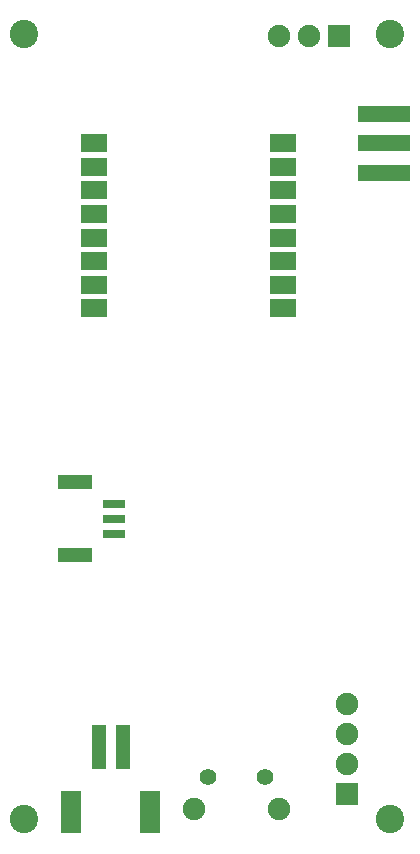
<source format=gbr>
G04 #@! TF.FileFunction,Soldermask,Bot*
%FSLAX46Y46*%
G04 Gerber Fmt 4.6, Leading zero omitted, Abs format (unit mm)*
G04 Created by KiCad (PCBNEW 4.0.7-e2-6376~58~ubuntu16.04.1) date Tue Jul 10 13:57:42 2018*
%MOMM*%
%LPD*%
G01*
G04 APERTURE LIST*
%ADD10C,0.100000*%
%ADD11R,1.903200X1.903200*%
%ADD12O,1.903200X1.903200*%
%ADD13R,4.403200X1.473200*%
%ADD14R,2.203200X1.503200*%
%ADD15R,1.203200X3.703200*%
%ADD16R,1.703200X3.603200*%
%ADD17R,1.903200X0.803200*%
%ADD18R,3.003200X1.203200*%
%ADD19C,1.403200*%
%ADD20C,1.903200*%
%ADD21C,2.403200*%
G04 APERTURE END LIST*
D10*
D11*
X24307800Y-1676400D03*
D12*
X24307800Y863600D03*
X24307800Y3403600D03*
X24307800Y5943600D03*
D11*
X23642000Y62458600D03*
D12*
X21102000Y62458600D03*
X18562000Y62458600D03*
D13*
X27457400Y53390800D03*
X27457400Y55890800D03*
X27457400Y50890800D03*
D14*
X2947400Y39393100D03*
X2947400Y41393100D03*
X2947400Y43393100D03*
X2947400Y45393100D03*
X2947400Y47393100D03*
X2947400Y49393100D03*
X2947400Y51393100D03*
X2947400Y53393100D03*
X18947400Y53393100D03*
X18947400Y51393100D03*
X18947400Y49393100D03*
X18947400Y47393100D03*
X18947400Y45393100D03*
X18947400Y43393100D03*
X18947400Y41393100D03*
X18947400Y39393100D03*
D15*
X5343400Y2280100D03*
X3343400Y2280100D03*
D16*
X7693400Y-3269900D03*
X993400Y-3269900D03*
D17*
X4617000Y22840000D03*
X4617000Y21590000D03*
X4617000Y20340000D03*
D18*
X1267000Y24690000D03*
X1267000Y18490000D03*
D19*
X12535600Y-303800D03*
X17385600Y-303800D03*
D20*
X11335600Y-2953800D03*
X18585600Y-2953800D03*
D21*
X28002800Y62639200D03*
X-3000000Y-3860800D03*
X28002800Y-3860800D03*
X-3000000Y62639200D03*
M02*

</source>
